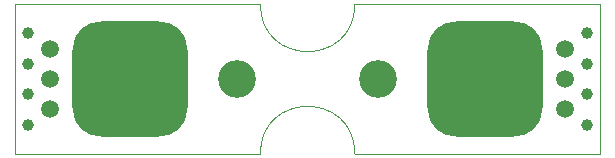
<source format=gbr>
%TF.GenerationSoftware,KiCad,Pcbnew,6.0.11-2627ca5db0~126~ubuntu20.04.1*%
%TF.CreationDate,2024-03-14T22:39:25-05:00*%
%TF.ProjectId,suqtagon-side,73757174-6167-46f6-9e2d-736964652e6b,rev?*%
%TF.SameCoordinates,Original*%
%TF.FileFunction,Soldermask,Top*%
%TF.FilePolarity,Negative*%
%FSLAX46Y46*%
G04 Gerber Fmt 4.6, Leading zero omitted, Abs format (unit mm)*
G04 Created by KiCad (PCBNEW 6.0.11-2627ca5db0~126~ubuntu20.04.1) date 2024-03-14 22:39:25*
%MOMM*%
%LPD*%
G01*
G04 APERTURE LIST*
G04 Aperture macros list*
%AMRoundRect*
0 Rectangle with rounded corners*
0 $1 Rounding radius*
0 $2 $3 $4 $5 $6 $7 $8 $9 X,Y pos of 4 corners*
0 Add a 4 corners polygon primitive as box body*
4,1,4,$2,$3,$4,$5,$6,$7,$8,$9,$2,$3,0*
0 Add four circle primitives for the rounded corners*
1,1,$1+$1,$2,$3*
1,1,$1+$1,$4,$5*
1,1,$1+$1,$6,$7*
1,1,$1+$1,$8,$9*
0 Add four rect primitives between the rounded corners*
20,1,$1+$1,$2,$3,$4,$5,0*
20,1,$1+$1,$4,$5,$6,$7,0*
20,1,$1+$1,$6,$7,$8,$9,0*
20,1,$1+$1,$8,$9,$2,$3,0*%
G04 Aperture macros list end*
%TA.AperFunction,Profile*%
%ADD10C,0.100000*%
%TD*%
%ADD11C,1.000000*%
%ADD12C,1.500000*%
%ADD13RoundRect,2.437500X-2.437500X-2.437500X2.437500X-2.437500X2.437500X2.437500X-2.437500X2.437500X0*%
%ADD14C,3.200000*%
G04 APERTURE END LIST*
D10*
X120750000Y-100000000D02*
G75*
G03*
X128750000Y-100000000I4000000J0D01*
G01*
X128750000Y-100000000D02*
X149500000Y-100000000D01*
X100000000Y-100000000D02*
X120750000Y-100000000D01*
X100000000Y-112640000D02*
X120750000Y-112640000D01*
X128750000Y-112640000D02*
X149500000Y-112640000D01*
X149500000Y-100000000D02*
X149500000Y-112640000D01*
X128750000Y-112640000D02*
G75*
G03*
X120750000Y-112640000I-4000000J0D01*
G01*
X100000000Y-100000000D02*
X100000000Y-112640000D01*
D11*
%TO.C,REF\u002A\u002A*%
X148400000Y-110240000D03*
%TD*%
D12*
%TO.C,REF\u002A\u002A*%
X102975000Y-106320000D03*
%TD*%
D13*
%TO.C,REF\u002A\u002A*%
X139750000Y-106320000D03*
%TD*%
D11*
%TO.C,REF\u002A\u002A*%
X148400000Y-102400000D03*
%TD*%
%TO.C,REF\u002A\u002A*%
X148400000Y-107590000D03*
%TD*%
%TO.C,REF\u002A\u002A*%
X101100000Y-110240000D03*
%TD*%
D12*
%TO.C,REF\u002A\u002A*%
X102975000Y-103780000D03*
%TD*%
D11*
%TO.C,REF\u002A\u002A*%
X101100000Y-102400000D03*
%TD*%
D14*
%TO.C,REF\u002A\u002A*%
X130750000Y-106320000D03*
%TD*%
D12*
%TO.C,REF\u002A\u002A*%
X146525000Y-103780000D03*
%TD*%
D11*
%TO.C,REF\u002A\u002A*%
X101100000Y-107590000D03*
%TD*%
D14*
%TO.C,REF\u002A\u002A*%
X118750000Y-106320000D03*
%TD*%
D12*
%TO.C,REF\u002A\u002A*%
X102975000Y-108860000D03*
%TD*%
D11*
%TO.C,REF\u002A\u002A*%
X148400000Y-105050000D03*
%TD*%
%TO.C,REF\u002A\u002A*%
X101100000Y-105050000D03*
%TD*%
D12*
%TO.C,REF\u002A\u002A*%
X146525000Y-108860000D03*
%TD*%
D13*
%TO.C,REF\u002A\u002A*%
X109750000Y-106320000D03*
%TD*%
D12*
%TO.C,REF\u002A\u002A*%
X146525000Y-106320000D03*
%TD*%
M02*

</source>
